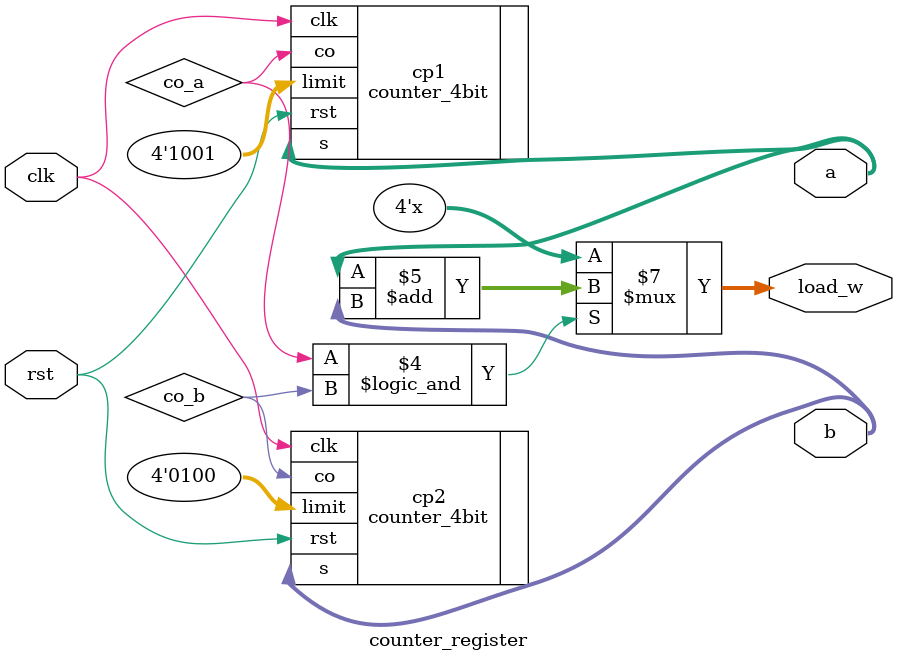
<source format=sv>
module counter_register (
    input logic clk,
    input logic rst,
    output logic [3:0] load_w,
    a,
    b
);
  logic co_a, co_b;
  counter_4bit cp1 (
      .clk(clk),
      .rst(rst),
      .limit(4'b1001),
      .s(a),
      .co(co_a)
  );
  counter_4bit cp2 (
      .clk(clk),
      .rst(rst),
      .limit(4'b0100),
      .s(b),
      .co(co_b)
  );

  always_comb begin
    if (co_a == 1 && co_b == 1) load_w = a + b;
  end

endmodule

</source>
